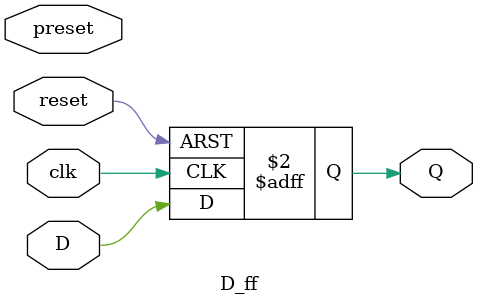
<source format=v>
`timescale 1ns / 1ps

module D_ff(input D, clk, reset, preset, output reg Q);
  always @(posedge clk or posedge reset )
  begin
    if (reset)
      Q <= 0;
    else
      Q <= D;
  end
endmodule
 
</source>
